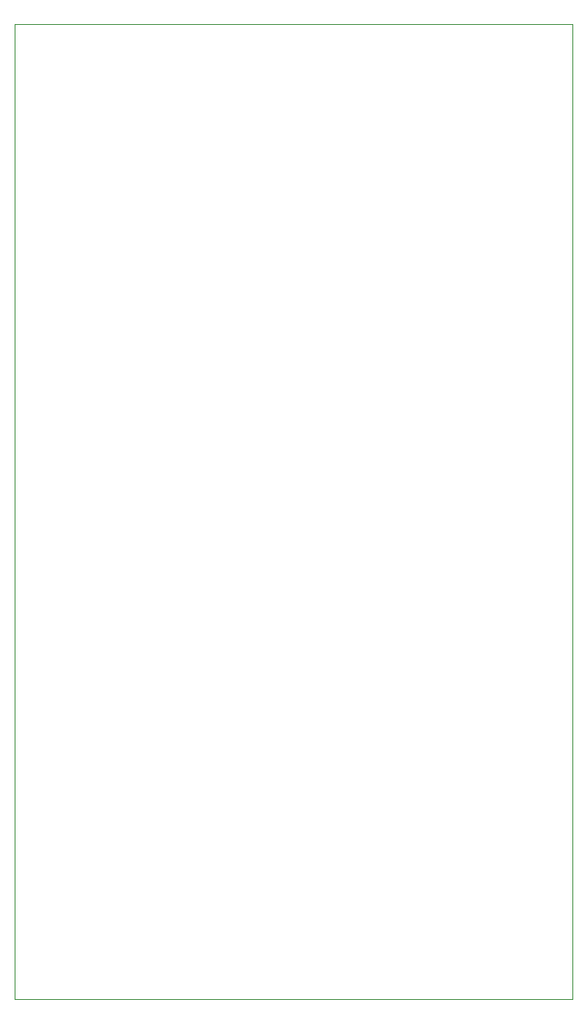
<source format=gbr>
G04 #@! TF.GenerationSoftware,KiCad,Pcbnew,(6.0.2)*
G04 #@! TF.CreationDate,2022-03-16T21:20:06+00:00*
G04 #@! TF.ProjectId,MrReflow,4d725265-666c-46f7-972e-6b696361645f,rev?*
G04 #@! TF.SameCoordinates,Original*
G04 #@! TF.FileFunction,Profile,NP*
%FSLAX46Y46*%
G04 Gerber Fmt 4.6, Leading zero omitted, Abs format (unit mm)*
G04 Created by KiCad (PCBNEW (6.0.2)) date 2022-03-16 21:20:06*
%MOMM*%
%LPD*%
G01*
G04 APERTURE LIST*
G04 #@! TA.AperFunction,Profile*
%ADD10C,0.050000*%
G04 #@! TD*
G04 APERTURE END LIST*
D10*
X119880000Y-118370000D02*
X119880000Y-22370000D01*
X64880000Y-22370000D02*
X64880000Y-118370000D01*
X119880000Y-22370000D02*
X64880000Y-22370000D01*
X119880000Y-118370000D02*
X64880000Y-118370000D01*
M02*

</source>
